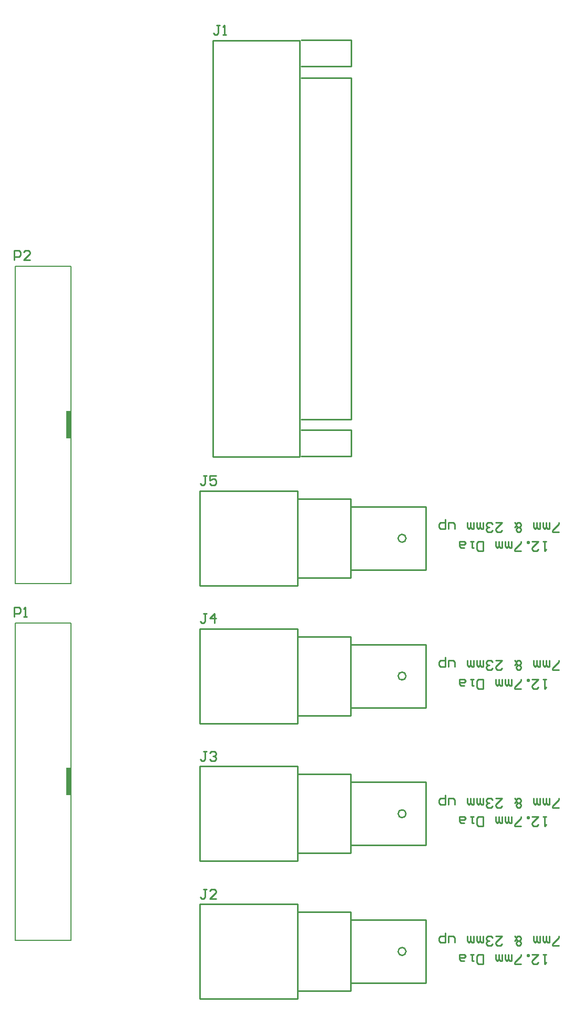
<source format=gto>
G04*
G04 #@! TF.GenerationSoftware,Altium Limited,Altium Designer,24.3.1 (35)*
G04*
G04 Layer_Color=65535*
%FSLAX25Y25*%
%MOIN*%
G70*
G04*
G04 #@! TF.SameCoordinates,F9B35F18-39F2-4BAC-A9EF-380DD9FA1C01*
G04*
G04*
G04 #@! TF.FilePolarity,Positive*
G04*
G01*
G75*
%ADD10C,0.01000*%
%ADD11C,0.00787*%
%ADD12R,0.03150X0.17717*%
D10*
X241587Y221811D02*
G03*
X241587Y221811I-2500J0D01*
G01*
Y309055D02*
G03*
X241587Y309055I-2500J0D01*
G01*
Y134567D02*
G03*
X241587Y134567I-2500J0D01*
G01*
Y47323D02*
G03*
X241587Y47323I-2500J0D01*
G01*
X206587Y201811D02*
X254087D01*
Y241811D01*
X206587D02*
X254087D01*
X206546Y196811D02*
Y246811D01*
X172687Y196811D02*
X206546D01*
X172687Y191811D02*
Y251811D01*
Y246811D02*
X206546D01*
X110787Y191811D02*
X172687D01*
X110787D02*
Y251811D01*
X172687D01*
X206587Y289055D02*
X254087D01*
Y329055D01*
X206587D02*
X254087D01*
X206546Y284055D02*
Y334055D01*
X172687Y284055D02*
X206546D01*
X172687Y279055D02*
Y339055D01*
Y334055D02*
X206546D01*
X110787Y279055D02*
X172687D01*
X110787D02*
Y339055D01*
X172687D01*
X206587Y114567D02*
X254087D01*
Y154567D01*
X206587D02*
X254087D01*
X206546Y109567D02*
Y159567D01*
X172687Y109567D02*
X206546D01*
X172687Y104567D02*
Y164567D01*
Y159567D02*
X206546D01*
X110787Y104567D02*
X172687D01*
X110787D02*
Y164567D01*
X172687D01*
X206587Y27323D02*
X254087D01*
Y67323D01*
X206587D02*
X254087D01*
X206546Y22323D02*
Y72323D01*
X172687Y22323D02*
X206546D01*
X172687Y17323D02*
Y77323D01*
Y72323D02*
X206546D01*
X110787Y17323D02*
X172687D01*
X110787D02*
Y77323D01*
X172687D01*
X119134Y360630D02*
X174252D01*
X175039Y377559D02*
X206732D01*
Y361024D02*
Y377559D01*
X175039Y361024D02*
X206732D01*
X175039Y608071D02*
X206732D01*
Y624606D01*
X119134Y624409D02*
X174055D01*
X174252Y360630D02*
Y624409D01*
X206732Y384252D02*
Y600787D01*
X175039Y384252D02*
X206732D01*
X175039Y600787D02*
X206732D01*
X175039Y624606D02*
X206732D01*
X119134Y624409D02*
X119134Y360630D01*
X338386Y225656D02*
X334387D01*
Y226655D01*
X338386Y230654D01*
Y231653D01*
X332388D02*
Y227655D01*
X331388D01*
X330388Y228655D01*
Y231653D01*
Y228655D01*
X329389Y227655D01*
X328389Y228655D01*
Y231653D01*
X326390D02*
Y227655D01*
X325390D01*
X324390Y228655D01*
Y231653D01*
Y228655D01*
X323391Y227655D01*
X322391Y228655D01*
Y231653D01*
X310395D02*
X311395Y230654D01*
X312394Y231653D01*
X313394D01*
X314394Y230654D01*
Y229654D01*
X313394Y228655D01*
X314394Y227655D01*
Y226655D01*
X313394Y225656D01*
X312394D01*
X311395Y226655D01*
Y227655D01*
X312394Y228655D01*
X311395Y229654D01*
Y230654D01*
X310395Y228655D02*
X311395Y229654D01*
X313394Y228655D02*
X312394D01*
X298399Y231653D02*
X302397D01*
X298399Y227655D01*
Y226655D01*
X299398Y225656D01*
X301398D01*
X302397Y226655D01*
X296399D02*
X295400Y225656D01*
X293400D01*
X292401Y226655D01*
Y227655D01*
X293400Y228655D01*
X294400D01*
X293400D01*
X292401Y229654D01*
Y230654D01*
X293400Y231653D01*
X295400D01*
X296399Y230654D01*
X290401Y231653D02*
Y227655D01*
X289402D01*
X288402Y228655D01*
Y231653D01*
Y228655D01*
X287402Y227655D01*
X286403Y228655D01*
Y231653D01*
X284403D02*
Y227655D01*
X283404D01*
X282404Y228655D01*
Y231653D01*
Y228655D01*
X281404Y227655D01*
X280405Y228655D01*
Y231653D01*
X272407Y227655D02*
Y230654D01*
X271408Y231653D01*
X268408D01*
Y227655D01*
X266409Y233653D02*
Y227655D01*
X263410D01*
X262410Y228655D01*
Y230654D01*
X263410Y231653D01*
X266409D01*
X330512Y219843D02*
X328513D01*
X329512D01*
Y213844D01*
X330512Y214844D01*
X321515Y219843D02*
X325513D01*
X321515Y215844D01*
Y214844D01*
X322514Y213844D01*
X324514D01*
X325513Y214844D01*
X319515Y219843D02*
Y218843D01*
X318516D01*
Y219843D01*
X319515D01*
X314517Y213844D02*
X310518D01*
Y214844D01*
X314517Y218843D01*
Y219843D01*
X308519D02*
Y215844D01*
X307519D01*
X306520Y216844D01*
Y219843D01*
Y216844D01*
X305520Y215844D01*
X304520Y216844D01*
Y219843D01*
X302521D02*
Y215844D01*
X301521D01*
X300521Y216844D01*
Y219843D01*
Y216844D01*
X299522Y215844D01*
X298522Y216844D01*
Y219843D01*
X290525Y213844D02*
Y219843D01*
X287526D01*
X286526Y218843D01*
Y214844D01*
X287526Y213844D01*
X290525D01*
X284527Y219843D02*
X282527D01*
X283527D01*
Y215844D01*
X284527D01*
X278529D02*
X276529D01*
X275530Y216844D01*
Y219843D01*
X278529D01*
X279528Y218843D01*
X278529Y217843D01*
X275530D01*
X338386Y312900D02*
X334387D01*
Y313899D01*
X338386Y317898D01*
Y318898D01*
X332388D02*
Y314899D01*
X331388D01*
X330388Y315899D01*
Y318898D01*
Y315899D01*
X329389Y314899D01*
X328389Y315899D01*
Y318898D01*
X326390D02*
Y314899D01*
X325390D01*
X324390Y315899D01*
Y318898D01*
Y315899D01*
X323391Y314899D01*
X322391Y315899D01*
Y318898D01*
X310395D02*
X311395Y317898D01*
X312394Y318898D01*
X313394D01*
X314394Y317898D01*
Y316898D01*
X313394Y315899D01*
X314394Y314899D01*
Y313899D01*
X313394Y312900D01*
X312394D01*
X311395Y313899D01*
Y314899D01*
X312394Y315899D01*
X311395Y316898D01*
Y317898D01*
X310395Y315899D02*
X311395Y316898D01*
X313394Y315899D02*
X312394D01*
X298399Y318898D02*
X302397D01*
X298399Y314899D01*
Y313899D01*
X299398Y312900D01*
X301398D01*
X302397Y313899D01*
X296399D02*
X295400Y312900D01*
X293400D01*
X292401Y313899D01*
Y314899D01*
X293400Y315899D01*
X294400D01*
X293400D01*
X292401Y316898D01*
Y317898D01*
X293400Y318898D01*
X295400D01*
X296399Y317898D01*
X290401Y318898D02*
Y314899D01*
X289402D01*
X288402Y315899D01*
Y318898D01*
Y315899D01*
X287402Y314899D01*
X286403Y315899D01*
Y318898D01*
X284403D02*
Y314899D01*
X283404D01*
X282404Y315899D01*
Y318898D01*
Y315899D01*
X281404Y314899D01*
X280405Y315899D01*
Y318898D01*
X272407Y314899D02*
Y317898D01*
X271408Y318898D01*
X268408D01*
Y314899D01*
X266409Y320897D02*
Y314899D01*
X263410D01*
X262410Y315899D01*
Y317898D01*
X263410Y318898D01*
X266409D01*
X330512Y307087D02*
X328513D01*
X329512D01*
Y301089D01*
X330512Y302088D01*
X321515Y307087D02*
X325513D01*
X321515Y303088D01*
Y302088D01*
X322514Y301089D01*
X324514D01*
X325513Y302088D01*
X319515Y307087D02*
Y306087D01*
X318516D01*
Y307087D01*
X319515D01*
X314517Y301089D02*
X310518D01*
Y302088D01*
X314517Y306087D01*
Y307087D01*
X308519D02*
Y303088D01*
X307519D01*
X306520Y304088D01*
Y307087D01*
Y304088D01*
X305520Y303088D01*
X304520Y304088D01*
Y307087D01*
X302521D02*
Y303088D01*
X301521D01*
X300521Y304088D01*
Y307087D01*
Y304088D01*
X299522Y303088D01*
X298522Y304088D01*
Y307087D01*
X290525Y301089D02*
Y307087D01*
X287526D01*
X286526Y306087D01*
Y302088D01*
X287526Y301089D01*
X290525D01*
X284527Y307087D02*
X282527D01*
X283527D01*
Y303088D01*
X284527D01*
X278529D02*
X276529D01*
X275530Y304088D01*
Y307087D01*
X278529D01*
X279528Y306087D01*
X278529Y305087D01*
X275530D01*
X338386Y138411D02*
X334387D01*
Y139411D01*
X338386Y143410D01*
Y144409D01*
X332388D02*
Y140411D01*
X331388D01*
X330388Y141410D01*
Y144409D01*
Y141410D01*
X329389Y140411D01*
X328389Y141410D01*
Y144409D01*
X326390D02*
Y140411D01*
X325390D01*
X324390Y141410D01*
Y144409D01*
Y141410D01*
X323391Y140411D01*
X322391Y141410D01*
Y144409D01*
X310395D02*
X311395Y143410D01*
X312394Y144409D01*
X313394D01*
X314394Y143410D01*
Y142410D01*
X313394Y141410D01*
X314394Y140411D01*
Y139411D01*
X313394Y138411D01*
X312394D01*
X311395Y139411D01*
Y140411D01*
X312394Y141410D01*
X311395Y142410D01*
Y143410D01*
X310395Y141410D02*
X311395Y142410D01*
X313394Y141410D02*
X312394D01*
X298399Y144409D02*
X302397D01*
X298399Y140411D01*
Y139411D01*
X299398Y138411D01*
X301398D01*
X302397Y139411D01*
X296399D02*
X295400Y138411D01*
X293400D01*
X292401Y139411D01*
Y140411D01*
X293400Y141410D01*
X294400D01*
X293400D01*
X292401Y142410D01*
Y143410D01*
X293400Y144409D01*
X295400D01*
X296399Y143410D01*
X290401Y144409D02*
Y140411D01*
X289402D01*
X288402Y141410D01*
Y144409D01*
Y141410D01*
X287402Y140411D01*
X286403Y141410D01*
Y144409D01*
X284403D02*
Y140411D01*
X283404D01*
X282404Y141410D01*
Y144409D01*
Y141410D01*
X281404Y140411D01*
X280405Y141410D01*
Y144409D01*
X272407Y140411D02*
Y143410D01*
X271408Y144409D01*
X268408D01*
Y140411D01*
X266409Y146409D02*
Y140411D01*
X263410D01*
X262410Y141410D01*
Y143410D01*
X263410Y144409D01*
X266409D01*
X330512Y132598D02*
X328513D01*
X329512D01*
Y126600D01*
X330512Y127600D01*
X321515Y132598D02*
X325513D01*
X321515Y128600D01*
Y127600D01*
X322514Y126600D01*
X324514D01*
X325513Y127600D01*
X319515Y132598D02*
Y131599D01*
X318516D01*
Y132598D01*
X319515D01*
X314517Y126600D02*
X310518D01*
Y127600D01*
X314517Y131599D01*
Y132598D01*
X308519D02*
Y128600D01*
X307519D01*
X306520Y129599D01*
Y132598D01*
Y129599D01*
X305520Y128600D01*
X304520Y129599D01*
Y132598D01*
X302521D02*
Y128600D01*
X301521D01*
X300521Y129599D01*
Y132598D01*
Y129599D01*
X299522Y128600D01*
X298522Y129599D01*
Y132598D01*
X290525Y126600D02*
Y132598D01*
X287526D01*
X286526Y131599D01*
Y127600D01*
X287526Y126600D01*
X290525D01*
X284527Y132598D02*
X282527D01*
X283527D01*
Y128600D01*
X284527D01*
X278529D02*
X276529D01*
X275530Y129599D01*
Y132598D01*
X278529D01*
X279528Y131599D01*
X278529Y130599D01*
X275530D01*
X338386Y51167D02*
X334387D01*
Y52167D01*
X338386Y56166D01*
Y57165D01*
X332388D02*
Y53167D01*
X331388D01*
X330388Y54166D01*
Y57165D01*
Y54166D01*
X329389Y53167D01*
X328389Y54166D01*
Y57165D01*
X326390D02*
Y53167D01*
X325390D01*
X324390Y54166D01*
Y57165D01*
Y54166D01*
X323391Y53167D01*
X322391Y54166D01*
Y57165D01*
X310395D02*
X311395Y56166D01*
X312394Y57165D01*
X313394D01*
X314394Y56166D01*
Y55166D01*
X313394Y54166D01*
X314394Y53167D01*
Y52167D01*
X313394Y51167D01*
X312394D01*
X311395Y52167D01*
Y53167D01*
X312394Y54166D01*
X311395Y55166D01*
Y56166D01*
X310395Y54166D02*
X311395Y55166D01*
X313394Y54166D02*
X312394D01*
X298399Y57165D02*
X302397D01*
X298399Y53167D01*
Y52167D01*
X299398Y51167D01*
X301398D01*
X302397Y52167D01*
X296399D02*
X295400Y51167D01*
X293400D01*
X292401Y52167D01*
Y53167D01*
X293400Y54166D01*
X294400D01*
X293400D01*
X292401Y55166D01*
Y56166D01*
X293400Y57165D01*
X295400D01*
X296399Y56166D01*
X290401Y57165D02*
Y53167D01*
X289402D01*
X288402Y54166D01*
Y57165D01*
Y54166D01*
X287402Y53167D01*
X286403Y54166D01*
Y57165D01*
X284403D02*
Y53167D01*
X283404D01*
X282404Y54166D01*
Y57165D01*
Y54166D01*
X281404Y53167D01*
X280405Y54166D01*
Y57165D01*
X272407Y53167D02*
Y56166D01*
X271408Y57165D01*
X268408D01*
Y53167D01*
X266409Y59165D02*
Y53167D01*
X263410D01*
X262410Y54166D01*
Y56166D01*
X263410Y57165D01*
X266409D01*
X330512Y45354D02*
X328513D01*
X329512D01*
Y39356D01*
X330512Y40356D01*
X321515Y45354D02*
X325513D01*
X321515Y41356D01*
Y40356D01*
X322514Y39356D01*
X324514D01*
X325513Y40356D01*
X319515Y45354D02*
Y44355D01*
X318516D01*
Y45354D01*
X319515D01*
X314517Y39356D02*
X310518D01*
Y40356D01*
X314517Y44355D01*
Y45354D01*
X308519D02*
Y41356D01*
X307519D01*
X306520Y42355D01*
Y45354D01*
Y42355D01*
X305520Y41356D01*
X304520Y42355D01*
Y45354D01*
X302521D02*
Y41356D01*
X301521D01*
X300521Y42355D01*
Y45354D01*
Y42355D01*
X299522Y41356D01*
X298522Y42355D01*
Y45354D01*
X290525Y39356D02*
Y45354D01*
X287526D01*
X286526Y44355D01*
Y40356D01*
X287526Y39356D01*
X290525D01*
X284527Y45354D02*
X282527D01*
X283527D01*
Y41356D01*
X284527D01*
X278529D02*
X276529D01*
X275530Y42355D01*
Y45354D01*
X278529D01*
X279528Y44355D01*
X278529Y43355D01*
X275530D01*
X115299Y348598D02*
X113299D01*
X114299D01*
Y343600D01*
X113299Y342600D01*
X112300D01*
X111300Y343600D01*
X121297Y348598D02*
X117298D01*
Y345599D01*
X119297Y346599D01*
X120297D01*
X121297Y345599D01*
Y343600D01*
X120297Y342600D01*
X118298D01*
X117298Y343600D01*
X115299Y261298D02*
X113299D01*
X114299D01*
Y256300D01*
X113299Y255300D01*
X112300D01*
X111300Y256300D01*
X120297Y255300D02*
Y261298D01*
X117298Y258299D01*
X121297D01*
X115299Y174098D02*
X113299D01*
X114299D01*
Y169100D01*
X113299Y168100D01*
X112300D01*
X111300Y169100D01*
X117298Y173098D02*
X118298Y174098D01*
X120297D01*
X121297Y173098D01*
Y172099D01*
X120297Y171099D01*
X119297D01*
X120297D01*
X121297Y170099D01*
Y169100D01*
X120297Y168100D01*
X118298D01*
X117298Y169100D01*
X-6700Y485400D02*
Y491398D01*
X-3701D01*
X-2701Y490398D01*
Y488399D01*
X-3701Y487399D01*
X-6700D01*
X3297Y485400D02*
X-702D01*
X3297Y489399D01*
Y490398D01*
X2297Y491398D01*
X298D01*
X-702Y490398D01*
X-6700Y259400D02*
Y265398D01*
X-3701D01*
X-2701Y264398D01*
Y262399D01*
X-3701Y261399D01*
X-6700D01*
X-702Y259400D02*
X1297D01*
X298D01*
Y265398D01*
X-702Y264398D01*
X123599Y634098D02*
X121599D01*
X122599D01*
Y629100D01*
X121599Y628100D01*
X120600D01*
X119600Y629100D01*
X125598Y628100D02*
X127597D01*
X126598D01*
Y634098D01*
X125598Y633098D01*
X115299Y86798D02*
X113299D01*
X114299D01*
Y81800D01*
X113299Y80800D01*
X112300D01*
X111300Y81800D01*
X121297Y80800D02*
X117298D01*
X121297Y84799D01*
Y85798D01*
X120297Y86798D01*
X118298D01*
X117298Y85798D01*
D11*
X-6216Y481472D02*
X29217D01*
X-6216Y280528D02*
Y481472D01*
X29217Y280528D02*
Y481472D01*
X-6216Y280528D02*
X29217D01*
X-6216Y255472D02*
X29217D01*
X-6216Y54528D02*
Y255472D01*
X29217Y54528D02*
Y255472D01*
X-6216Y54528D02*
X29217D01*
D12*
X27642Y381000D02*
D03*
X27642Y155000D02*
D03*
M02*

</source>
